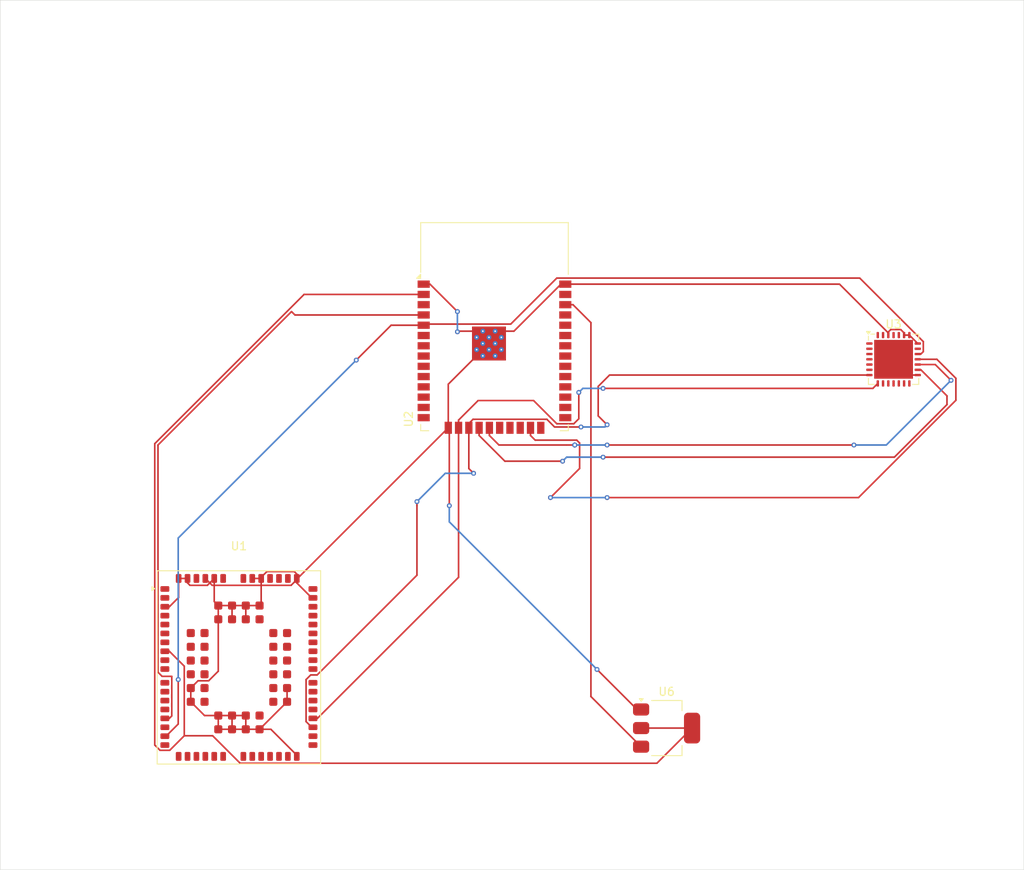
<source format=kicad_pcb>
(kicad_pcb (version 20241229) (generator "pcbnew") (generator_version "9.0")
  (layers (0 "F.Cu" signal) (2 "B.Cu" signal) (13 "F.Paste" user) (15 "B.Paste" user) (5 "F.SilkS" user "F.Silkscreen") (7 "B.SilkS" user "B.Silkscreen") (1 "F.Mask" user) (3 "B.Mask" user) (25 "Edge.Cuts" user))
  (net 0 "")
  (net 3 "+12V")
  (net 4 "GND")
  (net 39 "/dio0")
  (net 51 "/nss")
  (net 56 "/reset")
  (net 64 "/pwrket")
  (net 80 "/sck")
  (net 87 "/vin")
  (net 90 "/mosi")
  (net 92 "/eco")
  (net 97 "/miso")
  (net 103 "/trig")
  (footprint "Package_DFN_QFN:QFN-28-1EP_6x6mm_P0.65mm_EP4.8x4.8mm" (layer "F.Cu") (at 212.9 96.9)
    (property "Reference" "U3" (at 0 -4.33 0) (layer "F.SilkS"))
    (property "Value" "SX1278")
    (fp_line (start -3.11 -2.36) (end -3.11 -2.87) (stroke (width 0.12)) (layer "F.SilkS"))
    (fp_line (start -3.11 3.11) (end -3.11 2.36) (stroke (width 0.12)) (layer "F.SilkS"))
    (fp_line (start -2.36 -3.11) (end -2.81 -3.11) (stroke (width 0.12)) (layer "F.SilkS"))
    (fp_line (start -2.36 3.11) (end -3.11 3.11) (stroke (width 0.12)) (layer "F.SilkS"))
    (fp_line (start 2.36 -3.11) (end 3.11 -3.11) (stroke (width 0.12)) (layer "F.SilkS"))
    (fp_line (start 2.36 3.11) (end 3.11 3.11) (stroke (width 0.12)) (layer "F.SilkS"))
    (fp_line (start 3.11 -3.11) (end 3.11 -2.36) (stroke (width 0.12)) (layer "F.SilkS"))
    (fp_line (start 3.11 3.11) (end 3.11 2.36) (stroke (width 0.12)) (layer "F.SilkS"))
    (fp_poly (pts (xy -3.11 -3.11) (xy -3.35 -3.44) (xy -2.87 -3.44) (xy -3.11 -3.11)) (stroke (width 0.12)) (fill yes) (layer "F.SilkS"))
    (pad "1" smd roundrect (at -2.9875 -1.95) (size 0.775 0.3) (layers "F.Cu" "F.Mask" "F.Paste"))
    (pad "2" smd roundrect (at -2.9875 -1.3) (size 0.775 0.3) (layers "F.Cu" "F.Mask" "F.Paste"))
    (pad "3" smd roundrect (at -2.9875 -0.65) (size 0.775 0.3) (layers "F.Cu" "F.Mask" "F.Paste"))
    (pad "4" smd roundrect (at -2.9875 0) (size 0.775 0.3) (layers "F.Cu" "F.Mask" "F.Paste"))
    (pad "5" smd roundrect (at -2.9875 0.65) (size 0.775 0.3) (layers "F.Cu" "F.Mask" "F.Paste"))
    (pad "6" smd roundrect (at -2.9875 1.3) (size 0.775 0.3) (layers "F.Cu" "F.Mask" "F.Paste"))
    (pad "7" smd roundrect (at -2.9875 1.95) (size 0.775 0.3) (layers "F.Cu" "F.Mask" "F.Paste") (net 56 "/reset"))
    (pad "8" smd roundrect (at -1.95 2.9875) (size 0.3 0.775) (layers "F.Cu" "F.Mask" "F.Paste") (net 39 "/dio0"))
    (pad "9" smd roundrect (at -1.3 2.9875) (size 0.3 0.775) (layers "F.Cu" "F.Mask" "F.Paste"))
    (pad "10" smd roundrect (at -0.65 2.9875) (size 0.3 0.775) (layers "F.Cu" "F.Mask" "F.Paste"))
    (pad "11" smd roundrect (at 0 2.9875) (size 0.3 0.775) (layers "F.Cu" "F.Mask" "F.Paste"))
    (pad "12" smd roundrect (at 0.65 2.9875) (size 0.3 0.775) (layers "F.Cu" "F.Mask" "F.Paste"))
    (pad "13" smd roundrect (at 1.3 2.9875) (size 0.3 0.775) (layers "F.Cu" "F.Mask" "F.Paste"))
    (pad "14" smd roundrect (at 1.95 2.9875) (size 0.3 0.775) (layers "F.Cu" "F.Mask" "F.Paste"))
    (pad "15" smd roundrect (at 2.9875 1.95) (size 0.775 0.3) (layers "F.Cu" "F.Mask" "F.Paste") (net 4 "GND"))
    (pad "16" smd roundrect (at 2.9875 1.3) (size 0.775 0.3) (layers "F.Cu" "F.Mask" "F.Paste") (net 80 "/sck"))
    (pad "17" smd roundrect (at 2.9875 0.65) (size 0.775 0.3) (layers "F.Cu" "F.Mask" "F.Paste") (net 97 "/miso"))
    (pad "18" smd roundrect (at 2.9875 0) (size 0.775 0.3) (layers "F.Cu" "F.Mask" "F.Paste") (net 90 "/mosi"))
    (pad "19" smd roundrect (at 2.9875 -0.65) (size 0.775 0.3) (layers "F.Cu" "F.Mask" "F.Paste") (net 51 "/nss"))
    (pad "20" smd roundrect (at 2.9875 -1.3) (size 0.775 0.3) (layers "F.Cu" "F.Mask" "F.Paste"))
    (pad "21" smd roundrect (at 2.9875 -1.95) (size 0.775 0.3) (layers "F.Cu" "F.Mask" "F.Paste") (net 4 "GND"))
    (pad "22" smd roundrect (at 1.95 -2.9875) (size 0.3 0.775) (layers "F.Cu" "F.Mask" "F.Paste") (net 4 "GND"))
    (pad "23" smd roundrect (at 1.3 -2.9875) (size 0.3 0.775) (layers "F.Cu" "F.Mask" "F.Paste") (net 4 "GND"))
    (pad "24" smd roundrect (at 0.65 -2.9875) (size 0.3 0.775) (layers "F.Cu" "F.Mask" "F.Paste"))
    (pad "25" smd roundrect (at 0 -2.9875) (size 0.3 0.775) (layers "F.Cu" "F.Mask" "F.Paste"))
    (pad "26" smd roundrect (at -0.65 -2.9875) (size 0.3 0.775) (layers "F.Cu" "F.Mask" "F.Paste") (net 4 "GND"))
    (pad "27" smd roundrect (at -1.3 -2.9875) (size 0.3 0.775) (layers "F.Cu" "F.Mask" "F.Paste"))
    (pad "28" smd roundrect (at -1.95 -2.9875) (size 0.3 0.775) (layers "F.Cu" "F.Mask" "F.Paste"))
    (pad "29" smd rect (at 0 0) (size 4.8 4.8) (property pad_prop_heatsink) (layers "F.Cu" "F.Mask") (net 4 "GND"))
  )
  (footprint "Package_TO_SOT_SMD:SOT-223-3_TabPin2" (layer "F.Cu") (at 184.85 142.5)
    (property "Reference" "U6" (at 0 -4.5 0) (layer "F.SilkS"))
    (property "Value" "AMS1117")
    (fp_line (start -1.85 -3.41) (end 1.91 -3.41) (stroke (width 0.12)) (layer "F.SilkS"))
    (fp_line (start -1.85 3.41) (end 1.91 3.41) (stroke (width 0.12)) (layer "F.SilkS"))
    (fp_line (start 1.91 -3.41) (end 1.91 -2.15) (stroke (width 0.12)) (layer "F.SilkS"))
    (fp_line (start 1.91 3.41) (end 1.91 2.15) (stroke (width 0.12)) (layer "F.SilkS"))
    (fp_poly (pts (xy -3.13 -3.31) (xy -3.37 -3.64) (xy -2.89 -3.64) (xy -3.13 -3.31)) (stroke (width 0.12)) (fill yes) (layer "F.SilkS"))
    (pad "1" smd roundrect (at -3.15 -2.3) (size 2 1.5) (layers "F.Cu" "F.Mask" "F.Paste") (net 4 "GND"))
    (pad "2" smd roundrect (at -3.15 0) (size 2 1.5) (layers "F.Cu" "F.Mask" "F.Paste") (net 3 "+12V"))
    (pad "2" smd roundrect (at 3.15 0) (size 2 3.8) (layers "F.Cu" "F.Mask" "F.Paste") (net 3 "+12V"))
    (pad "3" smd roundrect (at -3.15 2.3) (size 2 1.5) (layers "F.Cu" "F.Mask" "F.Paste") (net 87 "/vin"))
  )
  (footprint "RF_GSM:Quectel_BG95" (layer "F.Cu") (at 132 135)
    (property "Reference" "U1" (at 0 -15 0) (layer "F.SilkS"))
    (property "Value" "BG95-M1")
    (fp_line (start -10.1 -11.95) (end 10.1 -11.95) (stroke (width 0.12)) (layer "F.SilkS"))
    (fp_line (start -10.1 11.95) (end -10.1 -11.95) (stroke (width 0.12)) (layer "F.SilkS"))
    (fp_line (start 10.1 -11.95) (end 10.1 11.95) (stroke (width 0.12)) (layer "F.SilkS"))
    (fp_line (start 10.1 11.95) (end -10.1 11.95) (stroke (width 0.12)) (layer "F.SilkS"))
    (fp_poly (pts (xy -10.42 -9.74) (xy -10.75 -9.5) (xy -10.75 -9.98) (xy -10.42 -9.74)) (stroke (width 0.12)) (fill yes) (layer "F.SilkS"))
    (pad "1" smd roundrect (at -9.15 -9.7) (size 1.1 0.7) (layers "F.Cu" "F.Mask" "F.Paste") (roundrect_rratio 0.2))
    (pad "2" smd roundrect (at -9.15 -8.6) (size 1.1 0.7) (layers "F.Cu" "F.Mask" "F.Paste") (roundrect_rratio 0.2))
    (pad "3" smd roundrect (at -9.15 -7.5) (size 1.1 0.7) (layers "F.Cu" "F.Mask" "F.Paste") (roundrect_rratio 0.2) (net 4 "GND"))
    (pad "4" smd roundrect (at -9.15 -6.4) (size 1.1 0.7) (layers "F.Cu" "F.Mask" "F.Paste") (roundrect_rratio 0.2))
    (pad "5" smd roundrect (at -9.15 -5.3) (size 1.1 0.7) (layers "F.Cu" "F.Mask" "F.Paste") (roundrect_rratio 0.2))
    (pad "6" smd roundrect (at -9.15 -4.2) (size 1.1 0.7) (layers "F.Cu" "F.Mask" "F.Paste") (roundrect_rratio 0.2))
    (pad "7" smd roundrect (at -9.15 -3.1) (size 1.1 0.7) (layers "F.Cu" "F.Mask" "F.Paste") (roundrect_rratio 0.2))
    (pad "8" smd roundrect (at -9.15 -2) (size 1.1 0.7) (layers "F.Cu" "F.Mask" "F.Paste") (roundrect_rratio 0.2) (net 3 "+12V"))
    (pad "9" smd roundrect (at -9.15 -0.9) (size 1.1 0.7) (layers "F.Cu" "F.Mask" "F.Paste") (roundrect_rratio 0.2))
    (pad "10" smd roundrect (at -9.15 0.2) (size 1.1 0.7) (layers "F.Cu" "F.Mask" "F.Paste") (roundrect_rratio 0.2))
    (pad "11" smd roundrect (at -9.15 1.9) (size 1.1 0.7) (layers "F.Cu" "F.Mask" "F.Paste") (roundrect_rratio 0.2))
    (pad "12" smd roundrect (at -9.15 3) (size 1.1 0.7) (layers "F.Cu" "F.Mask" "F.Paste") (roundrect_rratio 0.2))
    (pad "13" smd roundrect (at -9.15 4.1) (size 1.1 0.7) (layers "F.Cu" "F.Mask" "F.Paste") (roundrect_rratio 0.2))
    (pad "14" smd roundrect (at -9.15 5.2) (size 1.1 0.7) (layers "F.Cu" "F.Mask" "F.Paste") (roundrect_rratio 0.2))
    (pad "15" smd roundrect (at -9.15 6.3) (size 1.1 0.7) (layers "F.Cu" "F.Mask" "F.Paste") (roundrect_rratio 0.2) (net 64 "/pwrket"))
    (pad "16" smd roundrect (at -9.15 7.4) (size 1.1 0.7) (layers "F.Cu" "F.Mask" "F.Paste") (roundrect_rratio 0.2))
    (pad "17" smd roundrect (at -9.15 8.5) (size 1.1 0.7) (layers "F.Cu" "F.Mask" "F.Paste") (roundrect_rratio 0.2) (net 51 "/nss"))
    (pad "18" smd roundrect (at -9.15 9.6) (size 1.1 0.7) (layers "F.Cu" "F.Mask" "F.Paste") (roundrect_rratio 0.2))
    (pad "19" smd roundrect (at -7.45 11) (size 0.7 1.1) (layers "F.Cu" "F.Mask" "F.Paste") (roundrect_rratio 0.2))
    (pad "20" smd roundrect (at -6.35 11) (size 0.7 1.1) (layers "F.Cu" "F.Mask" "F.Paste") (roundrect_rratio 0.2))
    (pad "21" smd roundrect (at -5.25 11) (size 0.7 1.1) (layers "F.Cu" "F.Mask" "F.Paste") (roundrect_rratio 0.2))
    (pad "22" smd roundrect (at -4.15 11) (size 0.7 1.1) (layers "F.Cu" "F.Mask" "F.Paste") (roundrect_rratio 0.2))
    (pad "23" smd roundrect (at -3.05 11) (size 0.7 1.1) (layers "F.Cu" "F.Mask" "F.Paste") (roundrect_rratio 0.2))
    (pad "24" smd roundrect (at -1.95 11) (size 0.7 1.1) (layers "F.Cu" "F.Mask" "F.Paste") (roundrect_rratio 0.2))
    (pad "25" smd roundrect (at 0.55 11) (size 0.7 1.1) (layers "F.Cu" "F.Mask" "F.Paste") (roundrect_rratio 0.2))
    (pad "26" smd roundrect (at 1.65 11) (size 0.7 1.1) (layers "F.Cu" "F.Mask" "F.Paste") (roundrect_rratio 0.2))
    (pad "27" smd roundrect (at 2.75 11) (size 0.7 1.1) (layers "F.Cu" "F.Mask" "F.Paste") (roundrect_rratio 0.2))
    (pad "28" smd roundrect (at 3.85 11) (size 0.7 1.1) (layers "F.Cu" "F.Mask" "F.Paste") (roundrect_rratio 0.2))
    (pad "29" smd roundrect (at 4.95 11) (size 0.7 1.1) (layers "F.Cu" "F.Mask" "F.Paste") (roundrect_rratio 0.2))
    (pad "30" smd roundrect (at 6.05 11) (size 0.7 1.1) (layers "F.Cu" "F.Mask" "F.Paste") (roundrect_rratio 0.2))
    (pad "31" smd roundrect (at 7.15 11) (size 0.7 1.1) (layers "F.Cu" "F.Mask" "F.Paste") (roundrect_rratio 0.2) (net 4 "GND"))
    (pad "32" smd roundrect (at 9.15 9.6) (size 1.1 0.7) (layers "F.Cu" "F.Mask" "F.Paste") (roundrect_rratio 0.2))
    (pad "33" smd roundrect (at 9.15 8.5) (size 1.1 0.7) (layers "F.Cu" "F.Mask" "F.Paste") (roundrect_rratio 0.2))
    (pad "34" smd roundrect (at 9.15 7.4) (size 1.1 0.7) (layers "F.Cu" "F.Mask" "F.Paste") (roundrect_rratio 0.2) (net 56 "/reset"))
    (pad "35" smd roundrect (at 9.15 6.3) (size 1.1 0.7) (layers "F.Cu" "F.Mask" "F.Paste") (roundrect_rratio 0.2) (net 39 "/dio0"))
    (pad "36" smd roundrect (at 9.15 5.2) (size 1.1 0.7) (layers "F.Cu" "F.Mask" "F.Paste") (roundrect_rratio 0.2))
    (pad "37" smd roundrect (at 9.15 4.1) (size 1.1 0.7) (layers "F.Cu" "F.Mask" "F.Paste") (roundrect_rratio 0.2))
    (pad "38" smd roundrect (at 9.15 3) (size 1.1 0.7) (layers "F.Cu" "F.Mask" "F.Paste") (roundrect_rratio 0.2))
    (pad "39" smd roundrect (at 9.15 1.9) (size 1.1 0.7) (layers "F.Cu" "F.Mask" "F.Paste") (roundrect_rratio 0.2))
    (pad "40" smd roundrect (at 9.15 0.2) (size 1.1 0.7) (layers "F.Cu" "F.Mask" "F.Paste") (roundrect_rratio 0.2))
    (pad "41" smd roundrect (at 9.15 -0.9) (size 1.1 0.7) (layers "F.Cu" "F.Mask" "F.Paste") (roundrect_rratio 0.2))
    (pad "42" smd roundrect (at 9.15 -2) (size 1.1 0.7) (layers "F.Cu" "F.Mask" "F.Paste") (roundrect_rratio 0.2))
    (pad "43" smd roundrect (at 9.15 -3.1) (size 1.1 0.7) (layers "F.Cu" "F.Mask" "F.Paste") (roundrect_rratio 0.2))
    (pad "44" smd roundrect (at 9.15 -4.2) (size 1.1 0.7) (layers "F.Cu" "F.Mask" "F.Paste") (roundrect_rratio 0.2))
    (pad "45" smd roundrect (at 9.15 -5.3) (size 1.1 0.7) (layers "F.Cu" "F.Mask" "F.Paste") (roundrect_rratio 0.2))
    (pad "46" smd roundrect (at 9.15 -6.4) (size 1.1 0.7) (layers "F.Cu" "F.Mask" "F.Paste") (roundrect_rratio 0.2))
    (pad "47" smd roundrect (at 9.15 -7.5) (size 1.1 0.7) (layers "F.Cu" "F.Mask" "F.Paste") (roundrect_rratio 0.2))
    (pad "48" smd roundrect (at 9.15 -8.6) (size 1.1 0.7) (layers "F.Cu" "F.Mask" "F.Paste") (roundrect_rratio 0.2) (net 4 "GND"))
    (pad "49" smd roundrect (at 9.15 -9.7) (size 1.1 0.7) (layers "F.Cu" "F.Mask" "F.Paste") (roundrect_rratio 0.2))
    (pad "50" smd roundrect (at 7.15 -11) (size 0.7 1.1) (layers "F.Cu" "F.Mask" "F.Paste") (roundrect_rratio 0.2) (net 4 "GND"))
    (pad "51" smd roundrect (at 6.05 -11) (size 0.7 1.1) (layers "F.Cu" "F.Mask" "F.Paste") (roundrect_rratio 0.2))
    (pad "52" smd roundrect (at 4.95 -11) (size 0.7 1.1) (layers "F.Cu" "F.Mask" "F.Paste") (roundrect_rratio 0.2))
    (pad "53" smd roundrect (at 3.85 -11) (size 0.7 1.1) (layers "F.Cu" "F.Mask" "F.Paste") (roundrect_rratio 0.2))
    (pad "54" smd roundrect (at 2.75 -11) (size 0.7 1.1) (layers "F.Cu" "F.Mask" "F.Paste") (roundrect_rratio 0.2) (net 4 "GND"))
    (pad "55" smd roundrect (at 1.65 -11) (size 0.7 1.1) (layers "F.Cu" "F.Mask" "F.Paste") (roundrect_rratio 0.2) (net 4 "GND"))
    (pad "56" smd roundrect (at 0.55 -11) (size 0.7 1.1) (layers "F.Cu" "F.Mask" "F.Paste") (roundrect_rratio 0.2))
    (pad "57" smd roundrect (at -1.95 -11) (size 0.7 1.1) (layers "F.Cu" "F.Mask" "F.Paste") (roundrect_rratio 0.2))
    (pad "58" smd roundrect (at -3.05 -11) (size 0.7 1.1) (layers "F.Cu" "F.Mask" "F.Paste") (roundrect_rratio 0.2) (net 4 "GND"))
    (pad "59" smd roundrect (at -4.15 -11) (size 0.7 1.1) (layers "F.Cu" "F.Mask" "F.Paste") (roundrect_rratio 0.2) (net 4 "GND"))
    (pad "60" smd roundrect (at -5.25 -11) (size 0.7 1.1) (layers "F.Cu" "F.Mask" "F.Paste") (roundrect_rratio 0.2))
    (pad "61" smd roundrect (at -6.35 -11) (size 0.7 1.1) (layers "F.Cu" "F.Mask" "F.Paste") (roundrect_rratio 0.2) (net 4 "GND"))
    (pad "62" smd roundrect (at -7.45 -11) (size 0.7 1.1) (layers "F.Cu" "F.Mask" "F.Paste") (roundrect_rratio 0.2) (net 4 "GND"))
    (pad "63" smd roundrect (at -5.95 -4.25) (size 1 1) (layers "F.Cu" "F.Mask" "F.Paste") (roundrect_rratio 0.2))
    (pad "64" smd roundrect (at -5.95 -2.55) (size 1 1) (layers "F.Cu" "F.Mask" "F.Paste") (roundrect_rratio 0.2))
    (pad "65" smd roundrect (at -5.95 -0.85) (size 1 1) (layers "F.Cu" "F.Mask" "F.Paste") (roundrect_rratio 0.2))
    (pad "66" smd roundrect (at -5.95 0.85) (size 1 1) (layers "F.Cu" "F.Mask" "F.Paste") (roundrect_rratio 0.2))
    (pad "67" smd roundrect (at -5.95 2.55) (size 1 1) (layers "F.Cu" "F.Mask" "F.Paste") (roundrect_rratio 0.2) (net 4 "GND"))
    (pad "68" smd roundrect (at -5.95 4.25) (size 1 1) (layers "F.Cu" "F.Mask" "F.Paste") (roundrect_rratio 0.2) (net 4 "GND"))
    (pad "69" smd roundrect (at -2.55 7.65 90) (size 1 1) (layers "F.Cu" "F.Mask" "F.Paste") (roundrect_rratio 0.2) (net 4 "GND"))
    (pad "70" smd roundrect (at -0.85 7.65 90) (size 1 1) (layers "F.Cu" "F.Mask" "F.Paste") (roundrect_rratio 0.2) (net 4 "GND"))
    (pad "71" smd roundrect (at 0.85 7.65 90) (size 1 1) (layers "F.Cu" "F.Mask" "F.Paste") (roundrect_rratio 0.2) (net 4 "GND"))
    (pad "72" smd roundrect (at 2.55 7.65 90) (size 1 1) (layers "F.Cu" "F.Mask" "F.Paste") (roundrect_rratio 0.2) (net 4 "GND"))
    (pad "73" smd roundrect (at 5.95 4.25) (size 1 1) (layers "F.Cu" "F.Mask" "F.Paste") (roundrect_rratio 0.2) (net 4 "GND"))
    (pad "74" smd roundrect (at 5.95 2.55) (size 1 1) (layers "F.Cu" "F.Mask" "F.Paste") (roundrect_rratio 0.2) (net 4 "GND"))
    (pad "75" smd roundrect (at 5.95 0.85) (size 1 1) (layers "F.Cu" "F.Mask" "F.Paste") (roundrect_rratio 0.2))
    (pad "76" smd roundrect (at 5.95 -0.85) (size 1 1) (layers "F.Cu" "F.Mask" "F.Paste") (roundrect_rratio 0.2))
    (pad "77" smd roundrect (at 5.95 -2.55) (size 1 1) (layers "F.Cu" "F.Mask" "F.Paste") (roundrect_rratio 0.2))
    (pad "78" smd roundrect (at 5.95 -4.25) (size 1 1) (layers "F.Cu" "F.Mask" "F.Paste") (roundrect_rratio 0.2))
    (pad "79" smd roundrect (at 2.55 -7.65 90) (size 1 1) (layers "F.Cu" "F.Mask" "F.Paste") (roundrect_rratio 0.2) (net 4 "GND"))
    (pad "80" smd roundrect (at 0.85 -7.65 90) (size 1 1) (layers "F.Cu" "F.Mask" "F.Paste") (roundrect_rratio 0.2) (net 4 "GND"))
    (pad "81" smd roundrect (at -0.85 -7.65 90) (size 1 1) (layers "F.Cu" "F.Mask" "F.Paste") (roundrect_rratio 0.2) (net 4 "GND"))
    (pad "82" smd roundrect (at -2.55 -7.65 90) (size 1 1) (layers "F.Cu" "F.Mask" "F.Paste") (roundrect_rratio 0.2) (net 4 "GND"))
    (pad "83" smd roundrect (at -4.25 -4.25) (size 1 1) (layers "F.Cu" "F.Mask" "F.Paste") (roundrect_rratio 0.2))
    (pad "84" smd roundrect (at -4.25 -2.55) (size 1 1) (layers "F.Cu" "F.Mask" "F.Paste") (roundrect_rratio 0.2))
    (pad "85" smd roundrect (at -4.25 -0.85) (size 1 1) (layers "F.Cu" "F.Mask" "F.Paste") (roundrect_rratio 0.2))
    (pad "86" smd roundrect (at -4.25 0.85) (size 1 1) (layers "F.Cu" "F.Mask" "F.Paste") (roundrect_rratio 0.2))
    (pad "87" smd roundrect (at -4.25 2.55) (size 1 1) (layers "F.Cu" "F.Mask" "F.Paste") (roundrect_rratio 0.2))
    (pad "88" smd roundrect (at -4.25 4.25) (size 1 1) (layers "F.Cu" "F.Mask" "F.Paste") (roundrect_rratio 0.2))
    (pad "89" smd roundrect (at -2.55 5.95 90) (size 1 1) (layers "F.Cu" "F.Mask" "F.Paste") (roundrect_rratio 0.2) (net 4 "GND"))
    (pad "90" smd roundrect (at -0.85 5.95 90) (size 1 1) (layers "F.Cu" "F.Mask" "F.Paste") (roundrect_rratio 0.2) (net 4 "GND"))
    (pad "91" smd roundrect (at 0.85 5.95 90) (size 1 1) (layers "F.Cu" "F.Mask" "F.Paste") (roundrect_rratio 0.2) (net 4 "GND"))
    (pad "92" smd roundrect (at 2.55 5.95 90) (size 1 1) (layers "F.Cu" "F.Mask" "F.Paste") (roundrect_rratio 0.2))
    (pad "93" smd roundrect (at 4.25 4.25) (size 1 1) (layers "F.Cu" "F.Mask" "F.Paste") (roundrect_rratio 0.2))
    (pad "94" smd roundrect (at 4.25 2.55) (size 1 1) (layers "F.Cu" "F.Mask" "F.Paste") (roundrect_rratio 0.2))
    (pad "95" smd roundrect (at 4.25 0.85) (size 1 1) (layers "F.Cu" "F.Mask" "F.Paste") (roundrect_rratio 0.2))
    (pad "96" smd roundrect (at 4.25 -0.85) (size 1 1) (layers "F.Cu" "F.Mask" "F.Paste") (roundrect_rratio 0.2))
    (pad "97" smd roundrect (at 4.25 -2.55) (size 1 1) (layers "F.Cu" "F.Mask" "F.Paste") (roundrect_rratio 0.2))
    (pad "98" smd roundrect (at 4.25 -4.25) (size 1 1) (layers "F.Cu" "F.Mask" "F.Paste") (roundrect_rratio 0.2))
    (pad "99" smd roundrect (at 2.55 -5.95 90) (size 1 1) (layers "F.Cu" "F.Mask" "F.Paste") (roundrect_rratio 0.2))
    (pad "100" smd roundrect (at 0.85 -5.95 90) (size 1 1) (layers "F.Cu" "F.Mask" "F.Paste") (roundrect_rratio 0.2) (net 4 "GND"))
    (pad "101" smd roundrect (at -0.85 -5.95 90) (size 1 1) (layers "F.Cu" "F.Mask" "F.Paste") (roundrect_rratio 0.2) (net 4 "GND"))
    (pad "102" smd roundrect (at -2.55 -5.95 90) (size 1 1) (layers "F.Cu" "F.Mask" "F.Paste") (roundrect_rratio 0.2) (net 4 "GND"))
  )
  (footprint "RF_Module:ESP32-WROOM-32" (layer "F.Cu") (at 163.5825 95.86)
    (property "Reference" "U2" (at -10.61 8.43 90) (layer "F.SilkS"))
    (property "Value" "ESP32-WROOM-32")
    (fp_line (start -9.12 -15.86) (end -9.12 -9.7) (stroke (width 0.12)) (layer "F.SilkS"))
    (fp_line (start -9.12 -15.86) (end 9.12 -15.86) (stroke (width 0.12)) (layer "F.SilkS"))
    (fp_line (start -9.12 9.1) (end -9.12 9.88) (stroke (width 0.12)) (layer "F.SilkS"))
    (fp_line (start -9.12 9.88) (end -8.12 9.88) (stroke (width 0.12)) (layer "F.SilkS"))
    (fp_line (start 9.12 -15.86) (end 9.12 -9.445) (stroke (width 0.12)) (layer "F.SilkS"))
    (fp_line (start 9.12 9.1) (end 9.12 9.88) (stroke (width 0.12)) (layer "F.SilkS"))
    (fp_line (start 9.12 9.88) (end 8.12 9.88) (stroke (width 0.12)) (layer "F.SilkS"))
    (fp_poly (pts (xy -9.125 -8.975) (xy -9.625 -8.975) (xy -9.125 -9.475) (xy -9.125 -8.975)) (stroke (width 0.12)) (fill yes) (layer "F.SilkS"))
    (pad "1" smd rect (at -8.75 -8.25) (size 1.5 0.9) (layers "F.Cu" "F.Mask" "F.Paste") (net 4 "GND"))
    (pad "2" smd rect (at -8.75 -6.98) (size 1.5 0.9) (layers "F.Cu" "F.Mask" "F.Paste") (net 3 "+12V"))
    (pad "3" smd rect (at -8.75 -5.71) (size 1.5 0.9) (layers "F.Cu" "F.Mask" "F.Paste"))
    (pad "4" smd rect (at -8.75 -4.44) (size 1.5 0.9) (layers "F.Cu" "F.Mask" "F.Paste") (net 64 "/pwrket"))
    (pad "5" smd rect (at -8.75 -3.17) (size 1.5 0.9) (layers "F.Cu" "F.Mask" "F.Paste") (net 51 "/nss"))
    (pad "6" smd rect (at -8.75 -1.9) (size 1.5 0.9) (layers "F.Cu" "F.Mask" "F.Paste"))
    (pad "7" smd rect (at -8.75 -0.63) (size 1.5 0.9) (layers "F.Cu" "F.Mask" "F.Paste"))
    (pad "8" smd rect (at -8.75 0.64) (size 1.5 0.9) (layers "F.Cu" "F.Mask" "F.Paste"))
    (pad "9" smd rect (at -8.75 1.91) (size 1.5 0.9) (layers "F.Cu" "F.Mask" "F.Paste"))
    (pad "10" smd rect (at -8.75 3.18) (size 1.5 0.9) (layers "F.Cu" "F.Mask" "F.Paste"))
    (pad "11" smd rect (at -8.75 4.45) (size 1.5 0.9) (layers "F.Cu" "F.Mask" "F.Paste"))
    (pad "12" smd rect (at -8.75 5.72) (size 1.5 0.9) (layers "F.Cu" "F.Mask" "F.Paste") (net 103 "/trig"))
    (pad "13" smd rect (at -8.75 6.99) (size 1.5 0.9) (layers "F.Cu" "F.Mask" "F.Paste"))
    (pad "14" smd rect (at -8.75 8.26) (size 1.5 0.9) (layers "F.Cu" "F.Mask" "F.Paste") (net 92 "/eco"))
    (pad "15" smd rect (at -5.71 9.51 90) (size 1.5 0.9) (layers "F.Cu" "F.Mask" "F.Paste") (net 4 "GND"))
    (pad "16" smd rect (at -4.44 9.51 90) (size 1.5 0.9) (layers "F.Cu" "F.Mask" "F.Paste") (net 39 "/dio0"))
    (pad "17" smd rect (at -3.17 9.51 90) (size 1.5 0.9) (layers "F.Cu" "F.Mask" "F.Paste") (net 56 "/reset"))
    (pad "18" smd rect (at -1.9 9.51 90) (size 1.5 0.9) (layers "F.Cu" "F.Mask" "F.Paste") (net 80 "/sck"))
    (pad "19" smd rect (at -0.63 9.51 90) (size 1.5 0.9) (layers "F.Cu" "F.Mask" "F.Paste") (net 97 "/miso"))
    (pad "20" smd rect (at 0.64 9.51 90) (size 1.5 0.9) (layers "F.Cu" "F.Mask" "F.Paste"))
    (pad "21" smd rect (at 1.91 9.51 90) (size 1.5 0.9) (layers "F.Cu" "F.Mask" "F.Paste"))
    (pad "22" smd rect (at 3.18 9.51 90) (size 1.5 0.9) (layers "F.Cu" "F.Mask" "F.Paste"))
    (pad "23" smd rect (at 4.45 9.51 90) (size 1.5 0.9) (layers "F.Cu" "F.Mask" "F.Paste") (net 90 "/mosi"))
    (pad "24" smd rect (at 5.72 9.51 90) (size 1.5 0.9) (layers "F.Cu" "F.Mask" "F.Paste"))
    (pad "25" smd rect (at 8.75 8.26) (size 1.5 0.9) (layers "F.Cu" "F.Mask" "F.Paste"))
    (pad "26" smd rect (at 8.75 6.99) (size 1.5 0.9) (layers "F.Cu" "F.Mask" "F.Paste"))
    (pad "27" smd rect (at 8.75 5.72) (size 1.5 0.9) (layers "F.Cu" "F.Mask" "F.Paste"))
    (pad "28" smd rect (at 8.75 4.45) (size 1.5 0.9) (layers "F.Cu" "F.Mask" "F.Paste"))
    (pad "29" smd rect (at 8.75 3.18) (size 1.5 0.9) (layers "F.Cu" "F.Mask" "F.Paste"))
    (pad "30" smd rect (at 8.75 1.91) (size 1.5 0.9) (layers "F.Cu" "F.Mask" "F.Paste"))
    (pad "31" smd rect (at 8.75 0.64) (size 1.5 0.9) (layers "F.Cu" "F.Mask" "F.Paste"))
    (pad "32" smd rect (at 8.75 -0.63) (size 1.5 0.9) (layers "F.Cu" "F.Mask" "F.Paste"))
    (pad "33" smd rect (at 8.75 -1.9) (size 1.5 0.9) (layers "F.Cu" "F.Mask" "F.Paste"))
    (pad "34" smd rect (at 8.75 -3.17) (size 1.5 0.9) (layers "F.Cu" "F.Mask" "F.Paste"))
    (pad "35" smd rect (at 8.75 -4.44) (size 1.5 0.9) (layers "F.Cu" "F.Mask" "F.Paste"))
    (pad "36" smd rect (at 8.75 -5.71) (size 1.5 0.9) (layers "F.Cu" "F.Mask" "F.Paste") (net 87 "/vin"))
    (pad "37" smd rect (at 8.75 -6.98) (size 1.5 0.9) (layers "F.Cu" "F.Mask" "F.Paste"))
    (pad "38" smd rect (at 8.75 -8.25) (size 1.5 0.9) (layers "F.Cu" "F.Mask" "F.Paste") (net 4 "GND"))
    (pad "39" smd rect (at -2.205 -2.435) (size 1.05 1.05) (layers "F.Cu" "F.Paste") (net 4 "GND"))
    (pad "39" thru_hole circle (at -2.205 -1.6725) (size 0.6 0.6) (drill 0.2) (property pad_prop_heatsink) (layers "*.Cu" "F.Mask") (net 4 "GND"))
    (pad "39" smd rect (at -2.205 -0.91) (size 1.05 1.05) (layers "F.Cu" "F.Paste") (net 4 "GND"))
    (pad "39" thru_hole circle (at -2.205 -0.1475) (size 0.6 0.6) (drill 0.2) (property pad_prop_heatsink) (layers "*.Cu" "F.Mask") (net 4 "GND"))
    (pad "39" smd rect (at -2.205 0.615) (size 1.05 1.05) (layers "F.Cu" "F.Paste") (net 4 "GND"))
    (pad "39" thru_hole circle (at -1.4425 -2.435) (size 0.6 0.6) (drill 0.2) (property pad_prop_heatsink) (layers "*.Cu" "F.Mask") (net 4 "GND"))
    (pad "39" thru_hole circle (at -1.4425 -0.91) (size 0.6 0.6) (drill 0.2) (property pad_prop_heatsink) (layers "*.Cu" "F.Mask") (net 4 "GND"))
    (pad "39" thru_hole circle (at -1.4425 0.615) (size 0.6 0.6) (drill 0.2) (property pad_prop_heatsink) (layers "*.Cu" "F.Mask") (net 4 "GND"))
    (pad "39" smd rect (at -0.68 -2.435) (size 1.05 1.05) (layers "F.Cu" "F.Paste") (net 4 "GND"))
    (pad "39" thru_hole circle (at -0.68 -1.6725) (size 0.6 0.6) (drill 0.2) (property pad_prop_heatsink) (layers "*.Cu" "F.Mask") (net 4 "GND"))
    (pad "39" smd rect (at -0.68 -0.91) (size 1.05 1.05) (layers "F.Cu" "F.Paste") (net 4 "GND"))
    (pad "39" smd rect (at -0.68 -0.91) (size 4.2 4.2) (property pad_prop_heatsink) (layers "F.Cu" "F.Mask") (net 4 "GND"))
    (pad "39" thru_hole circle (at -0.68 -0.1475) (size 0.6 0.6) (drill 0.2) (property pad_prop_heatsink) (layers "*.Cu" "F.Mask") (net 4 "GND"))
    (pad "39" smd rect (at -0.68 0.615) (size 1.05 1.05) (layers "F.Cu" "F.Paste") (net 4 "GND"))
    (pad "39" thru_hole circle (at 0.0825 -2.435) (size 0.6 0.6) (drill 0.2) (property pad_prop_heatsink) (layers "*.Cu" "F.Mask") (net 4 "GND"))
    (pad "39" thru_hole circle (at 0.0825 -0.91) (size 0.6 0.6) (drill 0.2) (property pad_prop_heatsink) (layers "*.Cu" "F.Mask") (net 4 "GND"))
    (pad "39" thru_hole circle (at 0.0825 0.615) (size 0.6 0.6) (drill 0.2) (property pad_prop_heatsink) (layers "*.Cu" "F.Mask") (net 4 "GND"))
    (pad "39" smd rect (at 0.845 -2.435) (size 1.05 1.05) (layers "F.Cu" "F.Paste") (net 4 "GND"))
    (pad "39" thru_hole circle (at 0.845 -1.6725) (size 0.6 0.6) (drill 0.2) (property pad_prop_heatsink) (layers "*.Cu" "F.Mask") (net 4 "GND"))
    (pad "39" smd rect (at 0.845 -0.91) (size 1.05 1.05) (layers "F.Cu" "F.Paste") (net 4 "GND"))
    (pad "39" thru_hole circle (at 0.845 -0.1475) (size 0.6 0.6) (drill 0.2) (property pad_prop_heatsink) (layers "*.Cu" "F.Mask") (net 4 "GND"))
    (pad "39" smd rect (at 0.845 0.615) (size 1.05 1.05) (layers "F.Cu" "F.Paste") (net 4 "GND"))
  )
  (gr_rect (start 102.5 52.5) (end 229 160) (stroke (width 0.05)) (fill no) (layer "Edge.Cuts"))
  (segment (start 140.0529 88.88) (end 154.8325 88.88) (width 0.2) (layer "F.Cu") (net 3))
  (segment (start 122.85 133) (end 123.399999 133) (width 0.2) (layer "F.Cu") (net 3))
  (segment (start 123.44655 145.251) (end 122.25345 145.251) (width 0.2) (layer "F.Cu") (net 3))
  (segment (start 121.598 107.3349) (end 140.0529 88.88) (width 0.2) (layer "F.Cu") (net 3))
  (segment (start 121.598 144.59555) (end 121.598 107.3349) (width 0.2) (layer "F.Cu") (net 3))
  (segment (start 122.25345 145.251) (end 121.598 144.59555) (width 0.2) (layer "F.Cu") (net 3))
  (segment (start 123.399999 133) (end 125.249 134.849001) (width 0.2) (layer "F.Cu") (net 3))
  (segment (start 181.7 142.5) (end 188 142.5) (width 0.2) (layer "F.Cu") (net 3))
  (segment (start 132.15345 146.851) (end 128.751 143.44855) (width 0.2) (layer "F.Cu") (net 3))
  (segment (start 183.649 146.851) (end 132.15345 146.851) (width 0.2) (layer "F.Cu") (net 3))
  (segment (start 188 142.5) (end 183.649 146.851) (width 0.2) (layer "F.Cu") (net 3))
  (segment (start 128.751 143.44855) (end 125.249 143.44855) (width 0.2) (layer "F.Cu") (net 3))
  (segment (start 125.249 134.849001) (end 125.249 143.44855) (width 0.2) (layer "F.Cu") (net 3))
  (segment (start 125.249 143.44855) (end 123.44655 145.251) (width 0.2) (layer "F.Cu") (net 3))
  (segment (start 128.099 124.851) (end 125.951001 124.851) (width 0.2) (layer "F.Cu") (net 4))
  (segment (start 134.55 142.65) (end 135.94755 142.65) (width 0.2) (layer "F.Cu") (net 4))
  (segment (start 128.95 124) (end 128.95 126.85) (width 0.2) (layer "F.Cu") (net 4))
  (segment (start 138.44655 124.851) (end 128.701 124.851) (width 0.2) (layer "F.Cu") (net 4))
  (segment (start 215.8875 98.85) (end 214.85 98.85) (width 0.2) (layer "F.Cu") (net 4))
  (segment (start 165.9855 93.425) (end 171.8005 87.61) (width 0.2) (layer "F.Cu") (net 4))
  (segment (start 123.399999 127.5) (end 124.55 126.349999) (width 0.2) (layer "F.Cu") (net 4))
  (segment (start 129.45 140.95) (end 132.85 140.95) (width 0.2) (layer "F.Cu") (net 4))
  (segment (start 129.45 135.464064) (end 129.45 129.05) (width 0.2) (layer "F.Cu") (net 4))
  (segment (start 126.949 136.651) (end 128.263064 136.651) (width 0.2) (layer "F.Cu") (net 4))
  (segment (start 135.45345 123.149) (end 134.75 123.85245) (width 0.2) (layer "F.Cu") (net 4))
  (segment (start 128.701 124.851) (end 127.85 124) (width 0.2) (layer "F.Cu") (net 4))
  (segment (start 176.25 135.25) (end 181.2 140.2) (width 0.2) (layer "F.Cu") (net 4))
  (segment (start 139.15 124.549999) (end 141.000001 126.4) (width 0.2) (layer "F.Cu") (net 4))
  (segment (start 125.65 124) (end 124.55 124) (width 0.2) (layer "F.Cu") (net 4))
  (segment (start 134.55 142.65) (end 137.95 139.25) (width 0.2) (layer "F.Cu") (net 4))
  (segment (start 181.2 140.2) (end 181.7 140.2) (width 0.2) (layer "F.Cu") (net 4))
  (segment (start 139.15 124.14755) (end 138.44655 124.851) (width 0.2) (layer "F.Cu") (net 4))
  (segment (start 171.8005 87.61) (end 172.3325 87.61) (width 0.2) (layer "F.Cu") (net 4))
  (segment (start 206.218824 87.61) (end 212.25 93.641176) (width 0.2) (layer "F.Cu") (net 4))
  (segment (start 212.25 93.641176) (end 212.25 93.9125) (width 0.2) (layer "F.Cu") (net 4))
  (segment (start 141.000001 126.4) (end 141.15 126.4) (width 0.2) (layer "F.Cu") (net 4))
  (segment (start 214.85 93.9125) (end 215.8875 94.95) (width 0.2) (layer "F.Cu") (net 4))
  (segment (start 129.45 142.65) (end 129.45 142.55) (width 0.2) (layer "F.Cu") (net 4))
  (segment (start 128.263064 136.651) (end 129.45 135.464064) (width 0.2) (layer "F.Cu") (net 4))
  (segment (start 131.15 142.65) (end 132.85 142.65) (width 0.2) (layer "F.Cu") (net 4))
  (segment (start 139.15 124) (end 139.15 124.14755) (width 0.2) (layer "F.Cu") (net 4))
  (segment (start 213.782824 93.224) (end 212.551001 93.224) (width 0.2) (layer "F.Cu") (net 4))
  (segment (start 125.65 124.549999) (end 125.65 124) (width 0.2) (layer "F.Cu") (net 4))
  (segment (start 214.2 93.9125) (end 214.2 93.641176) (width 0.2) (layer "F.Cu") (net 4))
  (segment (start 134.75 127.15) (end 134.55 127.35) (width 0.2) (layer "F.Cu") (net 4))
  (segment (start 129.45 140.95) (end 129.45 142.65) (width 0.2) (layer "F.Cu") (net 4))
  (segment (start 128.95 124) (end 128.099 124.851) (width 0.2) (layer "F.Cu") (net 4))
  (segment (start 129.45 127.35) (end 131.15 127.35) (width 0.2) (layer "F.Cu") (net 4))
  (segment (start 139.15 124) (end 139.2425 124) (width 0.2) (layer "F.Cu") (net 4))
  (segment (start 159.075 93.425) (end 159 93.5) (width 0.2) (layer "F.Cu") (net 4))
  (segment (start 137.95 139.25) (end 137.95 137.55) (width 0.2) (layer "F.Cu") (net 4))
  (segment (start 157.8725 105.37) (end 158 105.4975) (width 0.2) (layer "F.Cu") (net 4))
  (segment (start 125.951001 124.851) (end 125.65 124.549999) (width 0.2) (layer "F.Cu") (net 4))
  (segment (start 157.8725 99.98) (end 161.3775 96.475) (width 0.2) (layer "F.Cu") (net 4))
  (segment (start 132.85 142.65) (end 134.55 142.65) (width 0.2) (layer "F.Cu") (net 4))
  (segment (start 154.8325 87.61) (end 155.61 87.61) (width 0.2) (layer "F.Cu") (net 4))
  (segment (start 126.05 137.55) (end 126.949 136.651) (width 0.2) (layer "F.Cu") (net 4))
  (segment (start 134.75 123.85245) (end 134.75 124) (width 0.2) (layer "F.Cu") (net 4))
  (segment (start 129.5 142.5) (end 129.45 142.55) (width 0.2) (layer "F.Cu") (net 4))
  (segment (start 138.848999 123.149) (end 135.45345 123.149) (width 0.2) (layer "F.Cu") (net 4))
  (segment (start 172.3325 87.61) (end 206.218824 87.61) (width 0.2) (layer "F.Cu") (net 4))
  (segment (start 126.05 139.25) (end 127.75 140.95) (width 0.2) (layer "F.Cu") (net 4))
  (segment (start 161.3775 93.425) (end 159.075 93.425) (width 0.2) (layer "F.Cu") (net 4))
  (segment (start 134.75 124) (end 134.75 127.15) (width 0.2) (layer "F.Cu") (net 4))
  (segment (start 129.45 127.35) (end 129.45 129.05) (width 0.2) (layer "F.Cu") (net 4))
  (segment (start 135.94755 142.65) (end 139.15 145.85245) (width 0.2) (layer "F.Cu") (net 4))
  (segment (start 139.15 124) (end 139.15 124.549999) (width 0.2) (layer "F.Cu") (net 4))
  (segment (start 126.05 139.25) (end 126.05 137.55) (width 0.2) (layer "F.Cu") (net 4))
  (segment (start 127.75 140.95) (end 129.45 140.95) (width 0.2) (layer "F.Cu") (net 4))
  (segment (start 157.8725 105.37) (end 157.8725 99.98) (width 0.2) (layer "F.Cu") (net 4))
  (segment (start 129.5 141) (end 129.45 140.95) (width 0.2) (layer "F.Cu") (net 4))
  (segment (start 214.2 93.641176) (end 213.782824 93.224) (width 0.2) (layer "F.Cu") (net 4))
  (segment (start 214.85 98.85) (end 212.9 96.9) (width 0.2) (layer "F.Cu") (net 4))
  (segment (start 132.85 127.35) (end 134.55 127.35) (width 0.2) (layer "F.Cu") (net 4))
  (segment (start 131.15 127.35) (end 132.85 127.35) (width 0.2) (layer "F.Cu") (net 4))
  (segment (start 132.85 127.35) (end 132.85 129.05) (width 0.2) (layer "F.Cu") (net 4))
  (segment (start 212.551001 93.224) (end 212.25 93.525001) (width 0.2) (layer "F.Cu") (net 4))
  (segment (start 132.85 140.95) (end 132.85 142.65) (width 0.2) (layer "F.Cu") (net 4))
  (segment (start 139.15 124) (end 139.15 123.450001) (width 0.2) (layer "F.Cu") (net 4))
  (segment (start 134.75 124) (end 133.65 124) (width 0.2) (layer "F.Cu") (net 4))
  (segment (start 164.4275 93.425) (end 165.9855 93.425) (width 0.2) (layer "F.Cu") (net 4))
  (segment (start 139.2425 124) (end 157.8725 105.37) (width 0.2) (layer "F.Cu") (net 4))
  (segment (start 139.15 123.450001) (end 138.848999 123.149) (width 0.2) (layer "F.Cu") (net 4))
  (segment (start 124.55 126.349999) (end 124.55 124) (width 0.2) (layer "F.Cu") (net 4))
  (segment (start 212.25 93.525001) (end 212.25 93.9125) (width 0.2) (layer "F.Cu") (net 4))
  (segment (start 158 105.4975) (end 158 115) (width 0.2) (layer "F.Cu") (net 4))
  (segment (start 155.61 87.61) (end 159 91) (width 0.2) (layer "F.Cu") (net 4))
  (segment (start 139.15 145.85245) (end 139.15 146) (width 0.2) (layer "F.Cu") (net 4))
  (segment (start 131.15 140.95) (end 131.15 142.65) (width 0.2) (layer "F.Cu") (net 4))
  (segment (start 214.85 93.9125) (end 214.2 93.9125) (width 0.2) (layer "F.Cu") (net 4))
  (segment (start 129.45 142.65) (end 131.15 142.65) (width 0.2) (layer "F.Cu") (net 4))
  (segment (start 131.15 127.35) (end 131.15 129.05) (width 0.2) (layer "F.Cu") (net 4))
  (segment (start 122.85 127.5) (end 123.399999 127.5) (width 0.2) (layer "F.Cu") (net 4))
  (segment (start 128.95 126.85) (end 129.45 127.35) (width 0.2) (layer "F.Cu") (net 4))
  (via (at 158 115) (size 0.6) (drill 0.3) (layers "F.Cu" "B.Cu") (net 4))
  (via (at 159 91) (size 0.6) (drill 0.3) (layers "F.Cu" "B.Cu") (net 4))
  (via (at 176.25 135.25) (size 0.6) (drill 0.3) (layers "F.Cu" "B.Cu") (net 4))
  (via (at 159 93.5) (size 0.6) (drill 0.3) (layers "F.Cu" "B.Cu") (net 4))
  (segment (start 158 115) (end 158 117) (width 0.2) (layer "B.Cu") (net 4))
  (segment (start 158 117) (end 176.25 135.25) (width 0.2) (layer "B.Cu") (net 4))
  (segment (start 159 93.5) (end 159 91) (width 0.2) (layer "B.Cu") (net 4))
  (segment (start 159.1425 105.37) (end 159.1425 104.42) (width 0.2) (layer "F.Cu") (net 39))
  (segment (start 210.3375 100.5) (end 210.95 99.8875) (width 0.2) (layer "F.Cu") (net 39))
  (segment (start 159.1425 123.857499) (end 159.1425 105.37) (width 0.2) (layer "F.Cu") (net 39))
  (segment (start 161.5625 102) (end 168.4105 102) (width 0.2) (layer "F.Cu") (net 39))
  (segment (start 141.699999 141.3) (end 159.1425 123.857499) (width 0.2) (layer "F.Cu") (net 39))
  (segment (start 171.2815 104.871) (end 173.3835 104.871) (width 0.2) (layer "F.Cu") (net 39))
  (segment (start 159.1425 104.42) (end 161.5625 102) (width 0.2) (layer "F.Cu") (net 39))
  (segment (start 168.4105 102) (end 171.2815 104.871) (width 0.2) (layer "F.Cu") (net 39))
  (segment (start 177 100.5) (end 210.3375 100.5) (width 0.2) (layer "F.Cu") (net 39))
  (segment (start 141.15 141.3) (end 141.699999 141.3) (width 0.2) (layer "F.Cu") (net 39))
  (segment (start 174 102) (end 174 101) (width 0.2) (layer "F.Cu") (net 39))
  (segment (start 173.3835 104.871) (end 174 104.2545) (width 0.2) (layer "F.Cu") (net 39))
  (segment (start 174 104.2545) (end 174 102) (width 0.2) (layer "F.Cu") (net 39))
  (via (at 174 101) (size 0.6) (drill 0.3) (layers "F.Cu" "B.Cu") (net 39))
  (via (at 177 100.5) (size 0.6) (drill 0.3) (layers "F.Cu" "B.Cu") (net 39))
  (segment (start 174 101) (end 174.5 100.5) (width 0.2) (layer "B.Cu") (net 39))
  (segment (start 174.5 100.5) (end 177 100.5) (width 0.2) (layer "B.Cu") (net 39))
  (segment (start 165.5915 92.549) (end 171.2815 86.859) (width 0.2) (layer "F.Cu") (net 51))
  (segment (start 216.576 95.948999) (end 216.274999 96.25) (width 0.2) (layer "F.Cu") (net 51))
  (segment (start 146.5 97) (end 150.81 92.69) (width 0.2) (layer "F.Cu") (net 51))
  (segment (start 150.81 92.69) (end 154.8325 92.69) (width 0.2) (layer "F.Cu") (net 51))
  (segment (start 171.2815 86.859) (end 208.717824 86.859) (width 0.2) (layer "F.Cu") (net 51))
  (segment (start 216.274999 96.25) (end 215.8875 96.25) (width 0.2) (layer "F.Cu") (net 51))
  (segment (start 124.5 141.99755) (end 124.5 136.5) (width 0.2) (layer "F.Cu") (net 51))
  (segment (start 208.717824 86.859) (end 216.576 94.717176) (width 0.2) (layer "F.Cu") (net 51))
  (segment (start 216.576 94.717176) (end 216.576 95.948999) (width 0.2) (layer "F.Cu") (net 51))
  (segment (start 122.85 143.5) (end 122.99755 143.5) (width 0.2) (layer "F.Cu") (net 51))
  (segment (start 154.8325 92.69) (end 154.9735 92.549) (width 0.2) (layer "F.Cu") (net 51))
  (segment (start 122.99755 143.5) (end 124.5 141.99755) (width 0.2) (layer "F.Cu") (net 51))
  (segment (start 154.9735 92.549) (end 165.5915 92.549) (width 0.2) (layer "F.Cu") (net 51))
  (via (at 146.5 97) (size 0.6) (drill 0.3) (layers "F.Cu" "B.Cu") (net 51))
  (via (at 124.5 136.5) (size 0.6) (drill 0.3) (layers "F.Cu" "B.Cu") (net 51))
  (segment (start 124.5 119) (end 146.5 97) (width 0.2) (layer "B.Cu") (net 51))
  (segment (start 124.5 136.5) (end 124.5 119) (width 0.2) (layer "B.Cu") (net 51))
  (segment (start 160.4125 110.4125) (end 160.4125 105.37) (width 0.2) (layer "F.Cu") (net 56))
  (segment (start 160.4125 104.838) (end 160.9315 104.319) (width 0.2) (layer "F.Cu") (net 56))
  (segment (start 161 111) (end 160.4125 110.4125) (width 0.2) (layer "F.Cu") (net 56))
  (segment (start 177.800057 98.85) (end 209.9125 98.85) (width 0.2) (layer "F.Cu") (net 56))
  (segment (start 176.399 103.899) (end 176.399 100.251057) (width 0.2) (layer "F.Cu") (net 56))
  (segment (start 176.399 100.251057) (end 177.800057 98.85) (width 0.2) (layer "F.Cu") (net 56))
  (segment (start 140.299 136.50345) (end 140.869551 135.932899) (width 0.2) (layer "F.Cu") (net 56))
  (segment (start 140.869551 135.932899) (end 141.664651 135.932899) (width 0.2) (layer "F.Cu") (net 56))
  (segment (start 160.4125 105.37) (end 160.4125 104.838) (width 0.2) (layer "F.Cu") (net 56))
  (segment (start 141.15 142.4) (end 141.00245 142.4) (width 0.2) (layer "F.Cu") (net 56))
  (segment (start 154 123.59755) (end 154 115) (width 0.2) (layer "F.Cu") (net 56))
  (segment (start 171.0065 105.272) (end 174.272 105.272) (width 0.2) (layer "F.Cu") (net 56))
  (segment (start 154 115) (end 154 114.5) (width 0.2) (layer "F.Cu") (net 56))
  (segment (start 140.299 141.69655) (end 140.299 136.50345) (width 0.2) (layer "F.Cu") (net 56))
  (segment (start 170.0535 104.319) (end 171.0065 105.272) (width 0.2) (layer "F.Cu") (net 56))
  (segment (start 160.9315 104.319) (end 170.0535 104.319) (width 0.2) (layer "F.Cu") (net 56))
  (segment (start 177.5 105) (end 176.399 103.899) (width 0.2) (layer "F.Cu") (net 56))
  (segment (start 141.664651 135.932899) (end 154 123.59755) (width 0.2) (layer "F.Cu") (net 56))
  (segment (start 141.00245 142.4) (end 140.299 141.69655) (width 0.2) (layer "F.Cu") (net 56))
  (via (at 161 111) (size 0.6) (drill 0.3) (layers "F.Cu" "B.Cu") (net 56))
  (via (at 177.5 105) (size 0.6) (drill 0.3) (layers "F.Cu" "B.Cu") (net 56))
  (via (at 174.272 105.272) (size 0.6) (drill 0.3) (layers "F.Cu" "B.Cu") (net 56))
  (via (at 154 114.5) (size 0.6) (drill 0.3) (layers "F.Cu" "B.Cu") (net 56))
  (segment (start 174.272 105.272) (end 177.228 105.272) (width 0.2) (layer "B.Cu") (net 56))
  (segment (start 177.228 105.272) (end 177.5 105) (width 0.2) (layer "B.Cu") (net 56))
  (segment (start 157.5 111) (end 161 111) (width 0.2) (layer "B.Cu") (net 56))
  (segment (start 154 114.5) (end 157.5 111) (width 0.2) (layer "B.Cu") (net 56))
  (segment (start 122.85 141.3) (end 123.399999 141.3) (width 0.2) (layer "F.Cu") (net 64))
  (segment (start 138.5 91) (end 138.92 91.42) (width 0.2) (layer "F.Cu") (net 64))
  (segment (start 122.5079 136.10545) (end 121.999 135.59655) (width 0.2) (layer "F.Cu") (net 64))
  (segment (start 121.999 135.59655) (end 121.999 107.501) (width 0.2) (layer "F.Cu") (net 64))
  (segment (start 123.701 136.10545) (end 122.5079 136.10545) (width 0.2) (layer "F.Cu") (net 64))
  (segment (start 138.92 91.42) (end 154.8325 91.42) (width 0.2) (layer "F.Cu") (net 64))
  (segment (start 121.999 107.501) (end 138.5 91) (width 0.2) (layer "F.Cu") (net 64))
  (segment (start 123.399999 141.3) (end 123.701 140.998999) (width 0.2) (layer "F.Cu") (net 64))
  (segment (start 123.701 140.998999) (end 123.701 136.10545) (width 0.2) (layer "F.Cu") (net 64))
  (segment (start 219.5 101.425001) (end 216.274999 98.2) (width 0.2) (layer "F.Cu") (net 80))
  (segment (start 177 109) (end 213 109) (width 0.2) (layer "F.Cu") (net 80))
  (segment (start 161.6825 106.32) (end 164.8625 109.5) (width 0.2) (layer "F.Cu") (net 80))
  (segment (start 216.274999 98.2) (end 215.8875 98.2) (width 0.2) (layer "F.Cu") (net 80))
  (segment (start 164.8625 109.5) (end 172 109.5) (width 0.2) (layer "F.Cu") (net 80))
  (segment (start 219.5 102.5) (end 219.5 101.425001) (width 0.2) (layer "F.Cu") (net 80))
  (segment (start 213 109) (end 219.5 102.5) (width 0.2) (layer "F.Cu") (net 80))
  (segment (start 161.6825 105.37) (end 161.6825 106.32) (width 0.2) (layer "F.Cu") (net 80))
  (via (at 172 109.5) (size 0.6) (drill 0.3) (layers "F.Cu" "B.Cu") (net 80))
  (via (at 177 109) (size 0.6) (drill 0.3) (layers "F.Cu" "B.Cu") (net 80))
  (segment (start 172 109.5) (end 172.5 109) (width 0.2) (layer "B.Cu") (net 80))
  (segment (start 172.5 109) (end 177 109) (width 0.2) (layer "B.Cu") (net 80))
  (segment (start 175.5 138.6) (end 181.7 144.8) (width 0.2) (layer "F.Cu") (net 87))
  (segment (start 175.5 92.3675) (end 175.5 138.6) (width 0.2) (layer "F.Cu") (net 87))
  (segment (start 173.2825 90.15) (end 172.3325 90.15) (width 0.2) (layer "F.Cu") (net 87))
  (segment (start 175.5 92.3675) (end 173.2825 90.15) (width 0.2) (layer "F.Cu") (net 87))
  (segment (start 174.101 107.251057) (end 174.101 110.399) (width 0.2) (layer "F.Cu") (net 90))
  (segment (start 168.0325 105.37) (end 168.0325 106.32) (width 0.2) (layer "F.Cu") (net 90))
  (segment (start 173.748943 106.899) (end 174.101 107.251057) (width 0.2) (layer "F.Cu") (net 90))
  (segment (start 220.601 99.251057) (end 218.249943 96.9) (width 0.2) (layer "F.Cu") (net 90))
  (segment (start 177.5 114) (end 208.5671 114) (width 0.2) (layer "F.Cu") (net 90))
  (segment (start 168.6115 106.899) (end 173.748943 106.899) (width 0.2) (layer "F.Cu") (net 90))
  (segment (start 218.249943 96.9) (end 215.8875 96.9) (width 0.2) (layer "F.Cu") (net 90))
  (segment (start 168.0325 106.32) (end 168.6115 106.899) (width 0.2) (layer "F.Cu") (net 90))
  (segment (start 220.601 101.9661) (end 220.601 99.251057) (width 0.2) (layer "F.Cu") (net 90))
  (segment (start 174.101 110.399) (end 170.5 114) (width 0.2) (layer "F.Cu") (net 90))
  (segment (start 208.5671 114) (end 220.601 101.9661) (width 0.2) (layer "F.Cu") (net 90))
  (via (at 170.5 114) (size 0.6) (drill 0.3) (layers "F.Cu" "B.Cu") (net 90))
  (via (at 177.5 114) (size 0.6) (drill 0.3) (layers "F.Cu" "B.Cu") (net 90))
  (segment (start 170.5 114) (end 177.5 114) (width 0.2) (layer "B.Cu") (net 90))
  (segment (start 218.05 97.55) (end 215.8875 97.55) (width 0.2) (layer "F.Cu") (net 97))
  (segment (start 164.1325 107.5) (end 172.5 107.5) (width 0.2) (layer "F.Cu") (net 97))
  (segment (start 162.9525 105.37) (end 162.9525 106.32) (width 0.2) (layer "F.Cu") (net 97))
  (segment (start 220 99.5) (end 218.05 97.55) (width 0.2) (layer "F.Cu") (net 97))
  (segment (start 162.9525 106.32) (end 164.1325 107.5) (width 0.2) (layer "F.Cu") (net 97))
  (segment (start 177.5 107.5) (end 208 107.5) (width 0.2) (layer "F.Cu") (net 97))
  (segment (start 208 107.5) (end 208.158824 107.5) (width 0.2) (layer "F.Cu") (net 97))
  (segment (start 172.5 107.5) (end 173.5 107.5) (width 0.2) (layer "F.Cu") (net 97))
  (via (at 173.5 107.5) (size 0.6) (drill 0.3) (layers "F.Cu" "B.Cu") (net 97))
  (via (at 220 99.5) (size 0.6) (drill 0.3) (layers "F.Cu" "B.Cu") (net 97))
  (via (at 177.5 107.5) (size 0.6) (drill 0.3) (layers "F.Cu" "B.Cu") (net 97))
  (via (at 208 107.5) (size 0.6) (drill 0.3) (layers "F.Cu" "B.Cu") (net 97))
  (via (at 173.5 107.5) (size 0.6) (drill 0.3) (layers "F.Cu" "B.Cu") (net 97))
  (via (at 173.5 107.5) (size 0.6) (drill 0.3) (layers "F.Cu" "B.Cu") (net 97))
  (segment (start 208 107.5) (end 212 107.5) (width 0.2) (layer "B.Cu") (net 97))
  (segment (start 177.5 107.5) (end 177 107.5) (width 0.2) (layer "B.Cu") (net 97))
  (segment (start 173.5 107.5) (end 177.5 107.5) (width 0.2) (layer "B.Cu") (net 97))
  (segment (start 212 107.5) (end 220 99.5) (width 0.2) (layer "B.Cu") (net 97))
)
</source>
